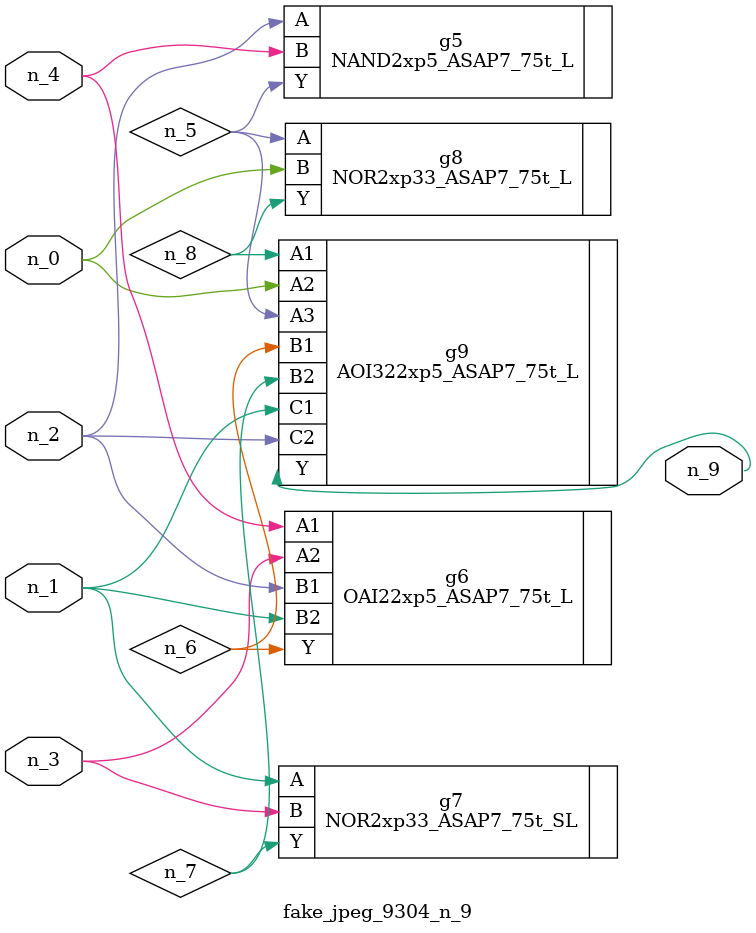
<source format=v>
module fake_jpeg_9304_n_9 (n_3, n_2, n_1, n_0, n_4, n_9);

input n_3;
input n_2;
input n_1;
input n_0;
input n_4;

output n_9;

wire n_8;
wire n_6;
wire n_5;
wire n_7;

NAND2xp5_ASAP7_75t_L g5 ( 
.A(n_2),
.B(n_4),
.Y(n_5)
);

OAI22xp5_ASAP7_75t_L g6 ( 
.A1(n_4),
.A2(n_3),
.B1(n_2),
.B2(n_1),
.Y(n_6)
);

NOR2xp33_ASAP7_75t_SL g7 ( 
.A(n_1),
.B(n_3),
.Y(n_7)
);

NOR2xp33_ASAP7_75t_L g8 ( 
.A(n_5),
.B(n_0),
.Y(n_8)
);

AOI322xp5_ASAP7_75t_L g9 ( 
.A1(n_8),
.A2(n_0),
.A3(n_5),
.B1(n_6),
.B2(n_7),
.C1(n_1),
.C2(n_2),
.Y(n_9)
);


endmodule
</source>
